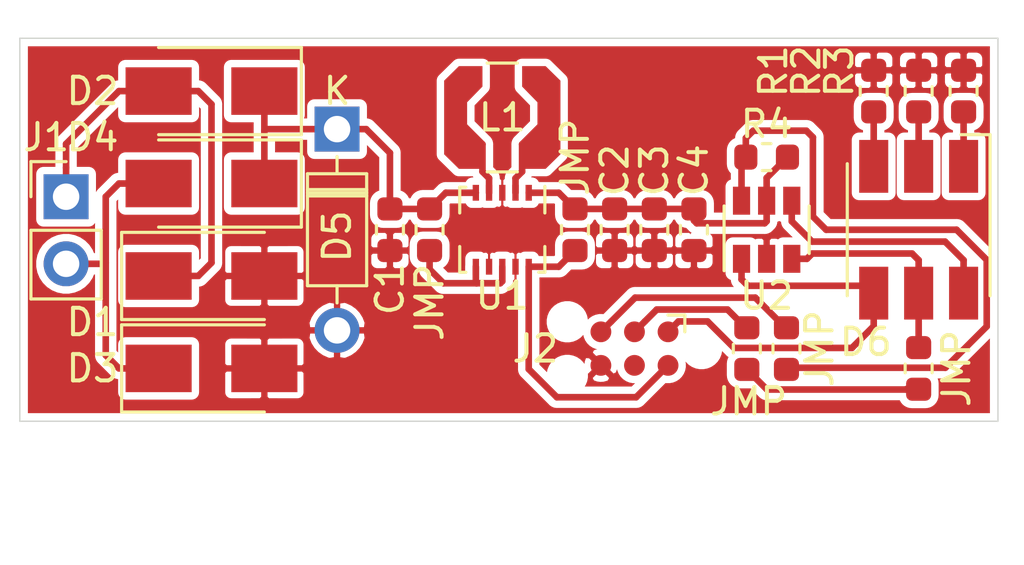
<source format=kicad_pcb>
(kicad_pcb (version 20240108) (generator "pcbnew") (generator_version "8.0")
  (layers (0 "F.Cu" signal) (31 "B.Cu" signal) (34 "B.Paste" user) (35 "F.Paste" user) (36 "B.SilkS" user "B.Silkscreen") (37 "F.SilkS" user "F.Silkscreen") (38 "B.Mask" user) (39 "F.Mask" user) (44 "Edge.Cuts" user))
  (net 0 "")
  (net 1 "GND")
  (net 2 "Net-(C1-Pad1)")
  (net 3 "+3V3")
  (net 4 "Net-(D1-Pad2)")
  (net 5 "Net-(D2-Pad2)")
  (net 6 "Net-(D6-Pad6)")
  (net 7 "/TPI_CLK")
  (net 8 "/TPI_DATA")
  (net 9 "Net-(D6-Pad3)")
  (net 10 "Net-(D6-Pad2)")
  (net 11 "Net-(D6-Pad1)")
  (net 12 "/RST")
  (net 13 "Net-(J2-Pad4)")
  (net 14 "Net-(L1-Pad1)")
  (net 15 "Net-(L1-Pad2)")
  (footprint "Capacitor_SMD:C_0603_1608Metric" (layer "F.Cu") (at 143 100 -90)
    (property "Reference" "C1" (at 2.25 0 90) (layer "F.SilkS"))
    (property "Value" "10u")
    (fp_line (start -0.162779 0.51) (end 0.162779 0.51) (stroke (width 0.12)) (layer "F.SilkS"))
    (fp_line (start -0.162779 -0.51) (end 0.162779 -0.51) (stroke (width 0.12)) (layer "F.SilkS"))
    (pad "1" smd roundrect (at -0.7875 0 270) (size 0.875 0.95) (layers "F.Cu" "F.Paste" "F.Mask") (net 2 "Net-(C1-Pad1)"))
    (pad "2" smd roundrect (at 0.7875 0 270) (size 0.875 0.95) (layers "F.Cu" "F.Paste" "F.Mask") (net 1 "GND"))
  )
  (footprint "Capacitor_SMD:C_0603_1608Metric" (layer "F.Cu") (at 151.5 100 -90)
    (property "Reference" "C2" (at -2.25 0 90) (layer "F.SilkS"))
    (property "Value" "10u")
    (fp_line (start -0.162779 0.51) (end 0.162779 0.51) (stroke (width 0.12)) (layer "F.SilkS"))
    (fp_line (start -0.162779 -0.51) (end 0.162779 -0.51) (stroke (width 0.12)) (layer "F.SilkS"))
    (pad "1" smd roundrect (at -0.7875 0 270) (size 0.875 0.95) (layers "F.Cu" "F.Paste" "F.Mask") (net 3 "+3V3"))
    (pad "2" smd roundrect (at 0.7875 0 270) (size 0.875 0.95) (layers "F.Cu" "F.Paste" "F.Mask") (net 1 "GND"))
  )
  (footprint "Capacitor_SMD:C_0603_1608Metric" (layer "F.Cu") (at 153 100 -90)
    (property "Reference" "C3" (at -2.25 0 90) (layer "F.SilkS"))
    (property "Value" "10u")
    (fp_line (start -0.162779 0.51) (end 0.162779 0.51) (stroke (width 0.12)) (layer "F.SilkS"))
    (fp_line (start -0.162779 -0.51) (end 0.162779 -0.51) (stroke (width 0.12)) (layer "F.SilkS"))
    (pad "1" smd roundrect (at -0.7875 0 270) (size 0.875 0.95) (layers "F.Cu" "F.Paste" "F.Mask") (net 3 "+3V3"))
    (pad "2" smd roundrect (at 0.7875 0 270) (size 0.875 0.95) (layers "F.Cu" "F.Paste" "F.Mask") (net 1 "GND"))
  )
  (footprint "Capacitor_SMD:C_0603_1608Metric" (layer "F.Cu") (at 154.5 100 -90)
    (property "Reference" "C4" (at -2.25 0 90) (layer "F.SilkS"))
    (property "Value" "100n")
    (fp_line (start -0.162779 0.51) (end 0.162779 0.51) (stroke (width 0.12)) (layer "F.SilkS"))
    (fp_line (start -0.162779 -0.51) (end 0.162779 -0.51) (stroke (width 0.12)) (layer "F.SilkS"))
    (pad "1" smd roundrect (at -0.7875 0 270) (size 0.875 0.95) (layers "F.Cu" "F.Paste" "F.Mask") (net 3 "+3V3"))
    (pad "2" smd roundrect (at 0.7875 0 270) (size 0.875 0.95) (layers "F.Cu" "F.Paste" "F.Mask") (net 1 "GND"))
  )
  (footprint "Diode_SMD:D_SMA" (layer "F.Cu") (at 136.25 94.75 180)
    (property "Reference" "D2" (at 4.5 0 0) (layer "F.SilkS"))
    (property "Value" "LL4007?")
    (fp_line (start -3.4 1.65) (end 2 1.65) (stroke (width 0.12)) (layer "F.SilkS"))
    (fp_line (start -3.4 -1.65) (end 2 -1.65) (stroke (width 0.12)) (layer "F.SilkS"))
    (fp_line (start -3.4 -1.65) (end -3.4 1.65) (stroke (width 0.12)) (layer "F.SilkS"))
    (pad "1" smd rect (at -2 0 180) (size 2.5 1.8) (layers "F.Cu" "F.Paste" "F.Mask") (net 2 "Net-(C1-Pad1)"))
    (pad "2" smd rect (at 2 0 180) (size 2.5 1.8) (layers "F.Cu" "F.Paste" "F.Mask") (net 5 "Net-(D2-Pad2)"))
  )
  (footprint "Diode_SMD:D_SMA" (layer "F.Cu") (at 136.25 105.25)
    (property "Reference" "D3" (at -4.5 0 0) (layer "F.SilkS"))
    (property "Value" "LL4007?")
    (fp_line (start -3.4 -1.65) (end -3.4 1.65) (stroke (width 0.12)) (layer "F.SilkS"))
    (fp_line (start -3.4 -1.65) (end 2 -1.65) (stroke (width 0.12)) (layer "F.SilkS"))
    (fp_line (start -3.4 1.65) (end 2 1.65) (stroke (width 0.12)) (layer "F.SilkS"))
    (pad "1" smd rect (at -2 0) (size 2.5 1.8) (layers "F.Cu" "F.Paste" "F.Mask") (net 4 "Net-(D1-Pad2)"))
    (pad "2" smd rect (at 2 0) (size 2.5 1.8) (layers "F.Cu" "F.Paste" "F.Mask") (net 1 "GND"))
  )
  (footprint "Diode_SMD:D_SMA" (layer "F.Cu") (at 136.25 101.75)
    (property "Reference" "D4" (at -4.5 -5.25 0) (layer "F.SilkS"))
    (property "Value" "LL4007?")
    (fp_line (start -3.4 -1.65) (end -3.4 1.65) (stroke (width 0.12)) (layer "F.SilkS"))
    (fp_line (start -3.4 -1.65) (end 2 -1.65) (stroke (width 0.12)) (layer "F.SilkS"))
    (fp_line (start -3.4 1.65) (end 2 1.65) (stroke (width 0.12)) (layer "F.SilkS"))
    (pad "1" smd rect (at -2 0) (size 2.5 1.8) (layers "F.Cu" "F.Paste" "F.Mask") (net 5 "Net-(D2-Pad2)"))
    (pad "2" smd rect (at 2 0) (size 2.5 1.8) (layers "F.Cu" "F.Paste" "F.Mask") (net 1 "GND"))
  )
  (footprint "LED_SMD:LED_RGB_5050-6" (layer "F.Cu") (at 163 100 -90)
    (property "Reference" "D6" (at 4.25 2 180) (layer "F.SilkS"))
    (property "Value" "LED_RGB")
    (fp_line (start 2.5 2.7) (end -2.5 2.7) (stroke (width 0.12)) (layer "F.SilkS"))
    (fp_line (start -3.6 -1.6) (end -3.6 -2.7) (stroke (width 0.12)) (layer "F.SilkS"))
    (fp_line (start -3.6 -2.7) (end 2.5 -2.7) (stroke (width 0.12)) (layer "F.SilkS"))
    (pad "1" smd rect (at -2.4 -1.7) (size 1.1 2) (layers "F.Cu" "F.Paste" "F.Mask") (net 11 "Net-(D6-Pad1)"))
    (pad "2" smd rect (at -2.4 0) (size 1.1 2) (layers "F.Cu" "F.Paste" "F.Mask") (net 10 "Net-(D6-Pad2)"))
    (pad "3" smd rect (at -2.4 1.7) (size 1.1 2) (layers "F.Cu" "F.Paste" "F.Mask") (net 9 "Net-(D6-Pad3)"))
    (pad "4" smd rect (at 2.4 1.7) (size 1.1 2) (layers "F.Cu" "F.Paste" "F.Mask") (net 8 "/TPI_DATA"))
    (pad "5" smd rect (at 2.4 0) (size 1.1 2) (layers "F.Cu" "F.Paste" "F.Mask") (net 7 "/TPI_CLK"))
    (pad "6" smd rect (at 2.4 -1.7) (size 1.1 2) (layers "F.Cu" "F.Paste" "F.Mask") (net 6 "Net-(D6-Pad6)"))
  )
  (footprint "Connector_PinHeader_2.54mm:PinHeader_1x02_P2.54mm_Vertical" (layer "F.Cu") (at 130.75 98.75)
    (property "Reference" "J1" (at -0.75 -2.25 0) (layer "F.SilkS"))
    (property "Value" "Coil")
    (fp_line (start -1.33 -1.33) (end 0 -1.33) (stroke (width 0.12)) (layer "F.SilkS"))
    (fp_line (start -1.33 0) (end -1.33 -1.33) (stroke (width 0.12)) (layer "F.SilkS"))
    (fp_line (start -1.33 1.27) (end -1.33 3.87) (stroke (width 0.12)) (layer "F.SilkS"))
    (fp_line (start -1.33 1.27) (end 1.33 1.27) (stroke (width 0.12)) (layer "F.SilkS"))
    (fp_line (start -1.33 3.87) (end 1.33 3.87) (stroke (width 0.12)) (layer "F.SilkS"))
    (fp_line (start 1.33 1.27) (end 1.33 3.87) (stroke (width 0.12)) (layer "F.SilkS"))
    (pad "1" thru_hole rect (at 0 0) (size 1.7 1.7) (drill 1) (layers "*.Cu" "*.Mask") (net 5 "Net-(D2-Pad2)"))
    (pad "2" thru_hole oval (at 0 2.54) (size 1.7 1.7) (drill 1) (layers "*.Cu" "*.Mask") (net 4 "Net-(D1-Pad2)"))
  )
  (footprint "Inductor_SMD:L_Coilcraft_LPS4018" (layer "F.Cu") (at 147.25 95.75)
    (property "Reference" "L1" (at 0 0 0) (layer "F.SilkS"))
    (property "Value" "2.2u")
    (fp_line (start -0.57 -2.06) (end 0.57 -2.06) (stroke (width 0.12)) (layer "F.SilkS"))
    (fp_line (start -0.57 2.06) (end 0.57 2.06) (stroke (width 0.12)) (layer "F.SilkS"))
    (pad "1" smd custom (at -1.765 0) (size 0.87 2.79) (layers "F.Cu" "F.Paste" "F.Mask") (net 14 "Net-(L1-Pad1)") (options (clearance outline) (anchor rect)) (primitives (gr_poly (pts (xy 1.015 -1.17) (xy 0.435 -0.575) (xy 0.435 0.575) (xy 1.015 1.17) (xy 1.015 1.945) (xy 0.125 1.945) (xy -0.435 1.395) (xy -0.435 -1.395) (xy 0.125 -1.945) (xy 1.015 -1.945)) (width 0) (fill yes))))
    (pad "2" smd custom (at 1.765 0) (size 0.87 2.79) (layers "F.Cu" "F.Paste" "F.Mask") (net 15 "Net-(L1-Pad2)") (options (clearance outline) (anchor rect)) (primitives (gr_poly (pts (xy 0.435 -1.395) (xy 0.435 1.395) (xy -0.125 1.945) (xy -1.015 1.945) (xy -1.015 1.17) (xy -0.435 0.575) (xy -0.435 -0.575) (xy -1.015 -1.17) (xy -1.015 -1.945) (xy -0.125 -1.945)) (width 0) (fill yes))))
  )
  (footprint "Resistor_SMD:R_0603_1608Metric" (layer "F.Cu") (at 161.3 94.75 -90)
    (property "Reference" "R1" (at -0.75 3.8 90) (layer "F.SilkS"))
    (property "Value" "50")
    (fp_line (start -0.162779 0.51) (end 0.162779 0.51) (stroke (width 0.12)) (layer "F.SilkS"))
    (fp_line (start -0.162779 -0.51) (end 0.162779 -0.51) (stroke (width 0.12)) (layer "F.SilkS"))
    (pad "1" smd roundrect (at -0.7875 0 270) (size 0.875 0.95) (layers "F.Cu" "F.Paste" "F.Mask") (net 1 "GND"))
    (pad "2" smd roundrect (at 0.7875 0 270) (size 0.875 0.95) (layers "F.Cu" "F.Paste" "F.Mask") (net 9 "Net-(D6-Pad3)"))
  )
  (footprint "Resistor_SMD:R_0603_1608Metric" (layer "F.Cu") (at 164.7 94.75 -90)
    (property "Reference" "R3" (at -0.75 4.7 90) (layer "F.SilkS"))
    (property "Value" "50")
    (fp_line (start -0.162779 0.51) (end 0.162779 0.51) (stroke (width 0.12)) (layer "F.SilkS"))
    (fp_line (start -0.162779 -0.51) (end 0.162779 -0.51) (stroke (width 0.12)) (layer "F.SilkS"))
    (pad "1" smd roundrect (at -0.7875 0 270) (size 0.875 0.95) (layers "F.Cu" "F.Paste" "F.Mask") (net 1 "GND"))
    (pad "2" smd roundrect (at 0.7875 0 270) (size 0.875 0.95) (layers "F.Cu" "F.Paste" "F.Mask") (net 11 "Net-(D6-Pad1)"))
  )
  (footprint "Resistor_SMD:R_0603_1608Metric" (layer "F.Cu") (at 157.25 97.25 180)
    (property "Reference" "R4" (at 0 1.25 0) (layer "F.SilkS"))
    (property "Value" "10k")
    (fp_line (start -0.162779 0.51) (end 0.162779 0.51) (stroke (width 0.12)) (layer "F.SilkS"))
    (fp_line (start -0.162779 -0.51) (end 0.162779 -0.51) (stroke (width 0.12)) (layer "F.SilkS"))
    (pad "1" smd roundrect (at -0.7875 0 180) (size 0.875 0.95) (layers "F.Cu" "F.Paste" "F.Mask") (net 3 "+3V3"))
    (pad "2" smd roundrect (at 0.7875 0 180) (size 0.875 0.95) (layers "F.Cu" "F.Paste" "F.Mask") (net 12 "/RST"))
  )
  (footprint "Package_SON:Texas_DRC0010J_ThermalVias" (layer "F.Cu") (at 147.25 100 -90)
    (property "Reference" "U1" (at 2.5 0 180) (layer "F.SilkS"))
    (property "Value" "TPS63001")
    (fp_line (start -1.61 1.61) (end -0.635 1.61) (stroke (width 0.12)) (layer "F.SilkS"))
    (fp_line (start 0.635 1.61) (end 1.61 1.61) (stroke (width 0.12)) (layer "F.SilkS"))
    (fp_line (start -1.61 1.38) (end -1.61 1.61) (stroke (width 0.12)) (layer "F.SilkS"))
    (fp_line (start 1.61 1.38) (end 1.61 1.61) (stroke (width 0.12)) (layer "F.SilkS"))
    (fp_line (start -1.64 -1.61) (end -0.635 -1.61) (stroke (width 0.12)) (layer "F.SilkS"))
    (fp_line (start 0.635 -1.61) (end 1.61 -1.61) (stroke (width 0.12)) (layer "F.SilkS"))
    (fp_line (start 1.61 -1.61) (end 1.61 -1.38) (stroke (width 0.12)) (layer "F.SilkS"))
    (pad "1" smd rect (at -1.4 -1 270) (size 0.6 0.24) (layers "F.Cu" "F.Paste" "F.Mask") (net 3 "+3V3"))
    (pad "2" smd rect (at -1.4 -0.5 270) (size 0.6 0.24) (layers "F.Cu" "F.Paste" "F.Mask") (net 15 "Net-(L1-Pad2)"))
    (pad "3" smd rect (at -1.4 0 270) (size 0.6 0.24) (layers "F.Cu" "F.Paste" "F.Mask") (net 1 "GND"))
    (pad "4" smd rect (at -1.4 0.5 270) (size 0.6 0.24) (layers "F.Cu" "F.Paste" "F.Mask") (net 14 "Net-(L1-Pad1)"))
    (pad "5" smd rect (at -1.4 1 270) (size 0.6 0.24) (layers "F.Cu" "F.Paste" "F.Mask") (net 2 "Net-(C1-Pad1)"))
    (pad "6" smd rect (at 1.4 1 270) (size 0.6 0.24) (layers "F.Cu" "F.Paste" "F.Mask") (net 2 "Net-(C1-Pad1)"))
    (pad "7" smd rect (at 1.4 0.5 270) (size 0.6 0.24) (layers "F.Cu" "F.Paste" "F.Mask") (net 1 "GND"))
    (pad "8" smd rect (at 1.4 0 270) (size 0.6 0.24) (layers "F.Cu" "F.Paste" "F.Mask") (net 2 "Net-(C1-Pad1)"))
    (pad "9" smd rect (at 1.4 -0.5 270) (size 0.6 0.24) (layers "F.Cu" "F.Paste" "F.Mask") (net 1 "GND"))
    (pad "10" smd rect (at 1.4 -1 270) (size 0.6 0.24) (layers "F.Cu" "F.Paste" "F.Mask") (net 3 "+3V3"))
    (pad "11" smd custom (at 0 0 270) (size 1.65 2.4) (layers "F.Cu" "F.Mask") (net 1 "GND") (options (clearance outline) (anchor rect)) (primitives (gr_poly (pts (xy -0.125 -1.1) (xy 0.125 -1.1) (xy 0.125 -1.7) (xy 0.375 -1.7) (xy 0.375 1.7) (xy 0.125 1.7) (xy 0.125 1.1) (xy -0.125 1.1) (xy -0.125 1.7) (xy -0.375 1.7) (xy -0.375 -1.7) (xy -0.125 -1.7)) (width 0) (fill yes))))
  )
  (footprint "Package_TO_SOT_SMD:SOT-23-6" (layer "F.Cu") (at 157.25 100 90)
    (property "Reference" "U2" (at -2.5 0 180) (layer "F.SilkS"))
    (property "Value" "ATtiny10-TS")
    (fp_line (start 0.9 -1.61) (end -1.55 -1.61) (stroke (width 0.12)) (layer "F.SilkS"))
    (fp_line (start -0.9 1.61) (end 0.9 1.61) (stroke (width 0.12)) (layer "F.SilkS"))
    (pad "1" smd rect (at -1.1 -0.95 90) (size 1.06 0.65) (layers "F.Cu" "F.Paste" "F.Mask") (net 8 "/TPI_DATA"))
    (pad "2" smd rect (at -1.1 0 90) (size 1.06 0.65) (layers "F.Cu" "F.Paste" "F.Mask") (net 1 "GND"))
    (pad "3" smd rect (at -1.1 0.95 90) (size 1.06 0.65) (layers "F.Cu" "F.Paste" "F.Mask") (net 7 "/TPI_CLK"))
    (pad "4" smd rect (at 1.1 0.95 90) (size 1.06 0.65) (layers "F.Cu" "F.Paste" "F.Mask") (net 6 "Net-(D6-Pad6)"))
    (pad "5" smd rect (at 1.1 0 90) (size 1.06 0.65) (layers "F.Cu" "F.Paste" "F.Mask") (net 3 "+3V3"))
    (pad "6" smd rect (at 1.1 -0.95 90) (size 1.06 0.65) (layers "F.Cu" "F.Paste" "F.Mask") (net 12 "/RST"))
  )
  (footprint "Diode_SMD:D_SMA" (layer "F.Cu") (at 136.25 98.25 180)
    (property "Reference" "D1" (at 4.5 -5.25 0) (layer "F.SilkS"))
    (property "Value" "LL4007?")
    (fp_line (start -3.4 1.65) (end 2 1.65) (stroke (width 0.12)) (layer "F.SilkS"))
    (fp_line (start -3.4 -1.65) (end 2 -1.65) (stroke (width 0.12)) (layer "F.SilkS"))
    (fp_line (start -3.4 -1.65) (end -3.4 1.65) (stroke (width 0.12)) (layer "F.SilkS"))
    (pad "1" smd rect (at -2 0 180) (size 2.5 1.8) (layers "F.Cu" "F.Paste" "F.Mask") (net 2 "Net-(C1-Pad1)"))
    (pad "2" smd rect (at 2 0 180) (size 2.5 1.8) (layers "F.Cu" "F.Paste" "F.Mask") (net 4 "Net-(D1-Pad2)"))
  )
  (footprint "Diode_THT:D_DO-35_SOD27_P7.62mm_Horizontal" (layer "F.Cu") (at 141 96.19 -90)
    (property "Reference" "D5" (at 4.06 0 90) (layer "F.SilkS"))
    (property "Value" "5.6v")
    (fp_line (start 1.69 1.12) (end 5.93 1.12) (stroke (width 0.12)) (layer "F.SilkS"))
    (fp_line (start 5.93 1.12) (end 5.93 -1.12) (stroke (width 0.12)) (layer "F.SilkS"))
    (fp_line (start 1.04 0) (end 1.69 0) (stroke (width 0.12)) (layer "F.SilkS"))
    (fp_line (start 6.58 0) (end 5.93 0) (stroke (width 0.12)) (layer "F.SilkS"))
    (fp_line (start 1.69 -1.12) (end 1.69 1.12) (stroke (width 0.12)) (layer "F.SilkS"))
    (fp_line (start 2.29 -1.12) (end 2.29 1.12) (stroke (width 0.12)) (layer "F.SilkS"))
    (fp_line (start 2.41 -1.12) (end 2.41 1.12) (stroke (width 0.12)) (layer "F.SilkS"))
    (fp_line (start 2.53 -1.12) (end 2.53 1.12) (stroke (width 0.12)) (layer "F.SilkS"))
    (fp_line (start 5.93 -1.12) (end 1.69 -1.12) (stroke (width 0.12)) (layer "F.SilkS"))
    (fp_text user "K" (at -1.44 0 180) (layer "F.SilkS"))
    (pad "1" thru_hole rect (at 0 0 270) (size 1.7 1.7) (drill 1) (layers "*.Cu" "*.Mask") (net 2 "Net-(C1-Pad1)"))
    (pad "2" thru_hole oval (at 7.62 0 270) (size 1.7 1.7) (drill 1) (layers "*.Cu" "*.Mask") (net 1 "GND"))
  )
  (footprint "Resistor_SMD:R_0603_1608Metric" (layer "F.Cu") (at 144.5 100 90)
    (property "Reference" "JMP" (at -2.75 0 90) (layer "F.SilkS"))
    (property "Value" "R_0603_1608Metric")
    (fp_line (start -0.162779 -0.51) (end 0.162779 -0.51) (stroke (width 0.12)) (layer "F.SilkS"))
    (fp_line (start -0.162779 0.51) (end 0.162779 0.51) (stroke (width 0.12)) (layer "F.SilkS"))
    (pad "1" smd roundrect (at -0.7875 0 90) (size 0.875 0.95) (layers "F.Cu" "F.Paste" "F.Mask") (net 2 "Net-(C1-Pad1)"))
    (pad "2" smd roundrect (at 0.7875 0 90) (size 0.875 0.95) (layers "F.Cu" "F.Paste" "F.Mask") (net 2 "Net-(C1-Pad1)"))
  )
  (footprint "Connector:Tag-Connect_TC2030-IDC-NL_2x03_P1.27mm_Vertical" (layer "F.Cu") (at 152.25 104.5 180)
    (property "Reference" "J2" (at 3.75 0 0) (layer "F.SilkS"))
    (property "Value" "TPI")
    (fp_line (start -1.27 1.27) (end -1.905 1.27) (stroke (width 0.12)) (layer "F.SilkS"))
    (fp_line (start -1.905 1.27) (end -1.905 0.635) (stroke (width 0.12)) (layer "F.SilkS"))
    (pad "" np_thru_hole circle (at -2.54 0 180) (size 1 1) (drill 1) (layers "*.Cu" "*.Mask"))
    (pad "" np_thru_hole circle (at 2.54 -1.016 180) (size 1 1) (drill 1) (layers "*.Cu" "*.Mask"))
    (pad "" np_thru_hole circle (at 2.54 1.016 180) (size 1 1) (drill 1) (layers "*.Cu" "*.Mask"))
    (pad "1" connect circle (at -1.27 0.635 180) (size 0.7874 0.7874) (layers "F.Cu" "F.Mask") (net 8 "/TPI_DATA"))
    (pad "2" connect circle (at -1.27 -0.635 180) (size 0.7874 0.7874) (layers "F.Cu" "F.Mask") (net 3 "+3V3"))
    (pad "3" connect circle (at 0 0.635 180) (size 0.7874 0.7874) (layers "F.Cu" "F.Mask") (net 7 "/TPI_CLK"))
    (pad "4" connect circle (at 0 -0.635 180) (size 0.7874 0.7874) (layers "F.Cu" "F.Mask") (net 13 "Net-(J2-Pad4)"))
    (pad "5" connect circle (at 1.27 0.635 180) (size 0.7874 0.7874) (layers "F.Cu" "F.Mask") (net 12 "/RST"))
    (pad "6" connect circle (at 1.27 -0.635 180) (size 0.7874 0.7874) (layers "F.Cu" "F.Mask") (net 1 "GND"))
  )
  (footprint "Resistor_SMD:R_0603_1608Metric" (layer "F.Cu") (at 163 94.75 -90)
    (property "Reference" "R2" (at -0.75 4.25 90) (layer "F.SilkS"))
    (property "Value" "50")
    (fp_line (start -0.162779 0.51) (end 0.162779 0.51) (stroke (width 0.12)) (layer "F.SilkS"))
    (fp_line (start -0.162779 -0.51) (end 0.162779 -0.51) (stroke (width 0.12)) (layer "F.SilkS"))
    (pad "1" smd roundrect (at -0.7875 0 270) (size 0.875 0.95) (layers "F.Cu" "F.Paste" "F.Mask") (net 1 "GND"))
    (pad "2" smd roundrect (at 0.7875 0 270) (size 0.875 0.95) (layers "F.Cu" "F.Paste" "F.Mask") (net 10 "Net-(D6-Pad2)"))
  )
  (footprint "Resistor_SMD:R_0603_1608Metric" (layer "F.Cu") (at 150 100 90)
    (property "Reference" "JMP" (at 2.75 0 90) (layer "F.SilkS"))
    (property "Value" "R_0603_1608Metric")
    (fp_line (start -0.162779 -0.51) (end 0.162779 -0.51) (stroke (width 0.12)) (layer "F.SilkS"))
    (fp_line (start -0.162779 0.51) (end 0.162779 0.51) (stroke (width 0.12)) (layer "F.SilkS"))
    (pad "1" smd roundrect (at -0.7875 0 90) (size 0.875 0.95) (layers "F.Cu" "F.Paste" "F.Mask") (net 3 "+3V3"))
    (pad "2" smd roundrect (at 0.7875 0 90) (size 0.875 0.95) (layers "F.Cu" "F.Paste" "F.Mask") (net 3 "+3V3"))
  )
  (footprint "Resistor_SMD:R_0603_1608Metric" (layer "F.Cu") (at 156.5 104.5 -90)
    (property "Reference" "JMP" (at 0 -2.75 90) (layer "F.SilkS"))
    (property "Value" "R_0603_1608Metric")
    (fp_line (start -0.162779 0.51) (end 0.162779 0.51) (stroke (width 0.12)) (layer "F.SilkS"))
    (fp_line (start -0.162779 -0.51) (end 0.162779 -0.51) (stroke (width 0.12)) (layer "F.SilkS"))
    (pad "1" smd roundrect (at -0.7875 0 270) (size 0.875 0.95) (layers "F.Cu" "F.Paste" "F.Mask") (net 7 "/TPI_CLK"))
    (pad "2" smd roundrect (at 0.7875 0 270) (size 0.875 0.95) (layers "F.Cu" "F.Paste" "F.Mask") (net 7 "/TPI_CLK"))
  )
  (footprint "Resistor_SMD:R_0603_1608Metric" (layer "F.Cu") (at 158 104.5 90)
    (property "Reference" "JMP" (at -2 -1.43 0) (layer "F.SilkS"))
    (property "Value" "R_0603_1608Metric")
    (fp_line (start -0.162779 -0.51) (end 0.162779 -0.51) (stroke (width 0.12)) (layer "F.SilkS"))
    (fp_line (start -0.162779 0.51) (end 0.162779 0.51) (stroke (width 0.12)) (layer "F.SilkS"))
    (pad "1" smd roundrect (at -0.7875 0 90) (size 0.875 0.95) (layers "F.Cu" "F.Paste" "F.Mask") (net 12 "/RST"))
    (pad "2" smd roundrect (at 0.7875 0 90) (size 0.875 0.95) (layers "F.Cu" "F.Paste" "F.Mask") (net 12 "/RST"))
  )
  (footprint "Resistor_SMD:R_0603_1608Metric" (layer "F.Cu") (at 163 105.25 -90)
    (property "Reference" "JMP" (at 0 -1.43 90) (layer "F.SilkS"))
    (property "Value" "R_0603_1608Metric")
    (fp_line (start -0.162779 0.51) (end 0.162779 0.51) (stroke (width 0.12)) (layer "F.SilkS"))
    (fp_line (start -0.162779 -0.51) (end 0.162779 -0.51) (stroke (width 0.12)) (layer "F.SilkS"))
    (pad "1" smd roundrect (at -0.7875 0 270) (size 0.875 0.95) (layers "F.Cu" "F.Paste" "F.Mask") (net 7 "/TPI_CLK"))
    (pad "2" smd roundrect (at 0.7875 0 270) (size 0.875 0.95) (layers "F.Cu" "F.Paste" "F.Mask") (net 7 "/TPI_CLK"))
  )
  (gr_line (start 166 107.25) (end 166 92.75) (stroke (width 0.05)) (layer "Edge.Cuts"))
  (gr_line (start 129 92.75) (end 166 92.75) (stroke (width 0.05)) (layer "Edge.Cuts"))
  (gr_line (start 129 107.25) (end 166 107.25) (stroke (width 0.05)) (layer "Edge.Cuts"))
  (gr_line (start 129 92.75) (end 129 107.25) (stroke (width 0.05)) (layer "Edge.Cuts"))
  (segment (start 150.98 105.135) (end 150.586301 104.741301) (width 0.25) (layer "F.Cu") (net 1))
  (segment (start 150.586301 104.741301) (end 150.491301 104.741301) (width 0.25) (layer "F.Cu") (net 1))
  (segment (start 143 98.775) (end 143 99.2125) (width 0.25) (layer "F.Cu") (net 2))
  (segment (start 138.25 94.75) (end 138.25 96.25) (width 0.25) (layer "F.Cu") (net 2))
  (segment (start 144.5 101.5) (end 144.5 100.7875) (width 0.25) (layer "F.Cu") (net 2))
  (segment (start 146.275001 102.025001) (end 146.25 102) (width 0.25) (layer "F.Cu") (net 2))
  (segment (start 142.1 96.19) (end 143 97.09) (width 0.25) (layer "F.Cu") (net 2))
  (segment (start 145.025001 102.025001) (end 144.5 101.5) (width 0.25) (layer "F.Cu") (net 2))
  (segment (start 147.174999 102.025001) (end 146.275001 102.025001) (width 0.25) (layer "F.Cu") (net 2))
  (segment (start 145.1125 98.6) (end 144.5 99.2125) (width 0.25) (layer "F.Cu") (net 2))
  (segment (start 146.25 98.6) (end 145.1125 98.6) (width 0.25) (layer "F.Cu") (net 2))
  (segment (start 143 97.09) (end 143 98.775) (width 0.25) (layer "F.Cu") (net 2))
  (segment (start 138.31 96.19) (end 141 96.19) (width 0.25) (layer "F.Cu") (net 2))
  (segment (start 146.25 102) (end 146.25 101.4) (width 0.25) (layer "F.Cu") (net 2))
  (segment (start 147.25 101.4) (end 147.25 101.95) (width 0.25) (layer "F.Cu") (net 2))
  (segment (start 138.25 96.25) (end 138.25 98.25) (width 0.25) (layer "F.Cu") (net 2))
  (segment (start 141 96.19) (end 142.1 96.19) (width 0.25) (layer "F.Cu") (net 2))
  (segment (start 147.25 101.95) (end 147.174999 102.025001) (width 0.25) (layer "F.Cu") (net 2))
  (segment (start 143 99.2125) (end 144.5 99.2125) (width 0.25) (layer "F.Cu") (net 2))
  (segment (start 138.25 96.25) (end 138.31 96.19) (width 0.25) (layer "F.Cu") (net 2))
  (segment (start 146.275001 102.025001) (end 145.025001 102.025001) (width 0.25) (layer "F.Cu") (net 2))
  (segment (start 148.25 101.4) (end 148.25 105.277002) (width 0.25) (layer "F.Cu") (net 3))
  (segment (start 157.25 98.9) (end 157.25 98.0375) (width 0.25) (layer "F.Cu") (net 3))
  (segment (start 157.25 99.68) (end 157.174999 99.755001) (width 0.25) (layer "F.Cu") (net 3))
  (segment (start 149.313999 106.341001) (end 152.313999 106.341001) (width 0.25) (layer "F.Cu") (net 3))
  (segment (start 149.3875 98.6) (end 150 99.2125) (width 0.25) (layer "F.Cu") (net 3))
  (segment (start 149.3875 101.4) (end 150 100.7875) (width 0.25) (layer "F.Cu") (net 3))
  (segment (start 157.25 98.0375) (end 158.0375 97.25) (width 0.25) (layer "F.Cu") (net 3))
  (segment (start 152.313999 106.341001) (end 153.52 105.135) (width 0.25) (layer "F.Cu") (net 3))
  (segment (start 148.25 105.277002) (end 149.313999 106.341001) (width 0.25) (layer "F.Cu") (net 3))
  (segment (start 157.174999 99.755001) (end 154.605001 99.755001) (width 0.25) (layer "F.Cu") (net 3))
  (segment (start 154.605001 99.755001) (end 154.5 99.65) (width 0.25) (layer "F.Cu") (net 3))
  (segment (start 150 99.2125) (end 151.5 99.2125) (width 0.25) (layer "F.Cu") (net 3))
  (segment (start 148.25 101.4) (end 149.3875 101.4) (width 0.25) (layer "F.Cu") (net 3))
  (segment (start 148.25 98.6) (end 149.3875 98.6) (width 0.25) (layer "F.Cu") (net 3))
  (segment (start 154.5 99.65) (end 154.5 99.2125) (width 0.25) (layer "F.Cu") (net 3))
  (segment (start 154.5 99.2125) (end 151.5 99.2125) (width 0.25) (layer "F.Cu") (net 3))
  (segment (start 157.25 98.9) (end 157.25 99.68) (width 0.25) (layer "F.Cu") (net 3))
  (segment (start 134.25 105.25) (end 132.75 105.25) (width 0.25) (layer "F.Cu") (net 4))
  (segment (start 132.75 105.25) (end 132.25 104.75) (width 0.25) (layer "F.Cu") (net 4))
  (segment (start 132.25 101.25) (end 132.21 101.29) (width 0.25) (layer "F.Cu") (net 4))
  (segment (start 132.21 101.29) (end 130.75 101.29) (width 0.25) (layer "F.Cu") (net 4))
  (segment (start 132.25 101.25) (end 132.25 98.75) (width 0.25) (layer "F.Cu") (net 4))
  (segment (start 132.25 104.75) (end 132.25 101.25) (width 0.25) (layer "F.Cu") (net 4))
  (segment (start 132.75 98.25) (end 134.25 98.25) (width 0.25) (layer "F.Cu") (net 4))
  (segment (start 132.25 98.75) (end 132.75 98.25) (width 0.25) (layer "F.Cu") (net 4))
  (segment (start 134.25 94.75) (end 132.75 94.75) (width 0.25) (layer "F.Cu") (net 5))
  (segment (start 134.25 101.75) (end 135.75 101.75) (width 0.25) (layer "F.Cu") (net 5))
  (segment (start 130.75 96.75) (end 130.75 97.65) (width 0.25) (layer "F.Cu") (net 5))
  (segment (start 135.75 101.75) (end 136.25 101.25) (width 0.25) (layer "F.Cu") (net 5))
  (segment (start 136.25 101.25) (end 136.25 95.25) (width 0.25) (layer "F.Cu") (net 5))
  (segment (start 136.25 95.25) (end 135.75 94.75) (width 0.25) (layer "F.Cu") (net 5))
  (segment (start 130.75 97.65) (end 130.75 98.75) (width 0.25) (layer "F.Cu") (net 5))
  (segment (start 132.75 94.75) (end 130.75 96.75) (width 0.25) (layer "F.Cu") (net 5))
  (segment (start 135.75 94.75) (end 134.25 94.75) (width 0.25) (layer "F.Cu") (net 5))
  (segment (start 164.000011 100.450011) (end 158.970011 100.450011) (width 0.25) (layer "F.Cu") (net 6))
  (segment (start 158.970011 100.450011) (end 158.2 99.68) (width 0.25) (layer "F.Cu") (net 6))
  (segment (start 158.2 99.68) (end 158.2 98.9) (width 0.25) (layer "F.Cu") (net 6))
  (segment (start 164.7 102.4) (end 164.7 101.15) (width 0.25) (layer "F.Cu") (net 6))
  (segment (start 164.7 101.15) (end 164.000011 100.450011) (width 0.25) (layer "F.Cu") (net 6))
  (segment (start 156.5 105.2875) (end 157.26251 106.05001) (width 0.25) (layer "F.Cu") (net 7))
  (segment (start 152.643699 103.471301) (end 152.25 103.865) (width 0.25) (layer "F.Cu") (net 7))
  (segment (start 162.51249 106.05001) (end 162.525 106.0375) (width 0.25) (layer "F.Cu") (net 7))
  (segment (start 158.974978 100.900022) (end 158.775 101.1) (width 0.25) (layer "F.Cu") (net 7))
  (segment (start 156.5 103.7125) (end 156.4625 103.7125) (width 0.25) (layer "F.Cu") (net 7))
  (segment (start 153.093709 103.021291) (end 152.643699 103.471301) (width 0.25) (layer "F.Cu") (net 7))
  (segment (start 158.775 101.1) (end 158.2 101.1) (width 0.25) (layer "F.Cu") (net 7))
  (segment (start 162.525 106.0375) (end 163 106.0375) (width 0.25) (layer "F.Cu") (net 7))
  (segment (start 163 102.4) (end 163 101.15) (width 0.25) (layer "F.Cu") (net 7))
  (segment (start 162.750022 100.900022) (end 158.974978 100.900022) (width 0.25) (layer "F.Cu") (net 7))
  (segment (start 157.26251 106.05001) (end 162.51249 106.05001) (width 0.25) (layer "F.Cu") (net 7))
  (segment (start 155.771291 103.021291) (end 153.093709 103.021291) (width 0.25) (layer "F.Cu") (net 7))
  (segment (start 163 104.4625) (end 163 102.4) (width 0.25) (layer "F.Cu") (net 7))
  (segment (start 163 101.15) (end 162.750022 100.900022) (width 0.25) (layer "F.Cu") (net 7))
  (segment (start 156.4625 103.7125) (end 155.771291 103.021291) (width 0.25) (layer "F.Cu") (net 7))
  (segment (start 156.541271 102.121271) (end 161.021271 102.121271) (width 0.25) (layer "F.Cu") (net 8))
  (segment (start 156.3 101.88) (end 156.541271 102.121271) (width 0.25) (layer "F.Cu") (net 8))
  (segment (start 153.52 103.865) (end 153.913699 103.471301) (width 0.25) (layer "F.Cu") (net 8))
  (segment (start 155.014807 103.471301) (end 156.018516 104.47501) (width 0.25) (layer "F.Cu") (net 8))
  (segment (start 153.913699 103.471301) (end 155.014807 103.471301) (width 0.25) (layer "F.Cu") (net 8))
  (segment (start 156.018516 104.47501) (end 160.47499 104.47501) (width 0.25) (layer "F.Cu") (net 8))
  (segment (start 161.021271 102.121271) (end 161.3 102.4) (width 0.25) (layer "F.Cu") (net 8))
  (segment (start 160.47499 104.47501) (end 161.3 103.65) (width 0.25) (layer "F.Cu") (net 8))
  (segment (start 161.3 103.65) (end 161.3 102.4) (width 0.25) (layer "F.Cu") (net 8))
  (segment (start 156.3 101.1) (end 156.3 101.88) (width 0.25) (layer "F.Cu") (net 8))
  (segment (start 161.3 95.5375) (end 161.3 97.6) (width 0.25) (layer "F.Cu") (net 9))
  (segment (start 163 95.5375) (end 163 97.6) (width 0.25) (layer "F.Cu") (net 10))
  (segment (start 164.7 95.5375) (end 164.7 97.6) (width 0.25) (layer "F.Cu") (net 11))
  (segment (start 158 103.7125) (end 157.9625 103.7125) (width 0.25) (layer "F.Cu") (net 12))
  (segment (start 152.273719 102.571281) (end 151.373699 103.471301) (width 0.25) (layer "F.Cu") (net 12))
  (segment (start 159 96.5) (end 158.75 96.25) (width 0.25) (layer "F.Cu") (net 12))
  (segment (start 165.575001 101.139999) (end 164.435002 100) (width 0.25) (layer "F.Cu") (net 12))
  (segment (start 164.435002 100) (end 159.5 100) (width 0.25) (layer "F.Cu") (net 12))
  (segment (start 156.4625 96.53125) (end 156.4625 97.25) (width 0.25) (layer "F.Cu") (net 12))
  (segment (start 157.9625 103.7125) (end 156.821281 102.571281) (width 0.25) (layer "F.Cu") (net 12))
  (segment (start 164.009992 105.22501) (end 165.575001 103.660001) (width 0.25) (layer "F.Cu") (net 12))
  (segment (start 156.3 97.4125) (end 156.4625 97.25) (width 0.25) (layer "F.Cu") (net 12))
  (segment (start 156.821281 102.571281) (end 152.273719 102.571281) (width 0.25) (layer "F.Cu") (net 12))
  (segment (start 158.75 96.25) (end 156.74375 96.25) (width 0.25) (layer "F.Cu") (net 12))
  (segment (start 158 105.2875) (end 158.06249 105.22501) (width 0.25) (layer "F.Cu") (net 12))
  (segment (start 159.5 100) (end 159 99.5) (width 0.25) (layer "F.Cu") (net 12))
  (segment (start 156.3 98.9) (end 156.3 97.4125) (width 0.25) (layer "F.Cu") (net 12))
  (segment (start 151.373699 103.471301) (end 150.98 103.865) (width 0.25) (layer "F.Cu") (net 12))
  (segment (start 158.06249 105.22501) (end 164.009992 105.22501) (width 0.25) (layer "F.Cu") (net 12))
  (segment (start 165.575001 103.660001) (end 165.575001 101.139999) (width 0.25) (layer "F.Cu") (net 12))
  (segment (start 159 99.5) (end 159 96.5) (width 0.25) (layer "F.Cu") (net 12))
  (segment (start 156.74375 96.25) (end 156.4625 96.53125) (width 0.25) (layer "F.Cu") (net 12))
  (segment (start 146.5 96.765) (end 145.485 95.75) (width 0.25) (layer "F.Cu") (net 14))
  (segment (start 146.5 97.8) (end 146.5 96.765) (width 0.25) (layer "F.Cu") (net 14))
  (segment (start 146.75 98.05) (end 146.5 97.8) (width 0.25) (layer "F.Cu") (net 14))
  (segment (start 146.75 98.6) (end 146.75 98.05) (width 0.25) (layer "F.Cu") (net 14))
  (segment (start 148 97.8) (end 148 96.765) (width 0.25) (layer "F.Cu") (net 15))
  (segment (start 147.75 98.05) (end 148 97.8) (width 0.25) (layer "F.Cu") (net 15))
  (segment (start 147.75 98.6) (end 147.75 98.05) (width 0.25) (layer "F.Cu") (net 15))
  (segment (start 148 96.765) (end 149.015 95.75) (width 0.25) (layer "F.Cu") (net 15))
  (zone (net 1) (net_name "GND") (layer "F.Cu") (connect_pads (clearance 0.2)) (min_thickness 0.16) (fill yes (thermal_gap 0.15) (thermal_bridge_width 0.4))
    (polygon (pts (xy 167 108.25) (xy 128.25 108.25) (xy 128.25 92) (xy 167 92)))
  )
  (zone (net 0) (net_name "") (layer "F.Cu") (connect_pads (clearance 0)) (min_thickness 0.254)
    (keepout (tracks allowed) (vias allowed) (pads allowed) (copperpour not_allowed) (footprints allowed))
    (fill (thermal_gap 0.508) (thermal_bridge_width 0.508))
    (polygon (pts (xy 153.55 105.15) (xy 150.95 105.15) (xy 150.95 103.85) (xy 153.55 103.85)))
  )
)
</source>
